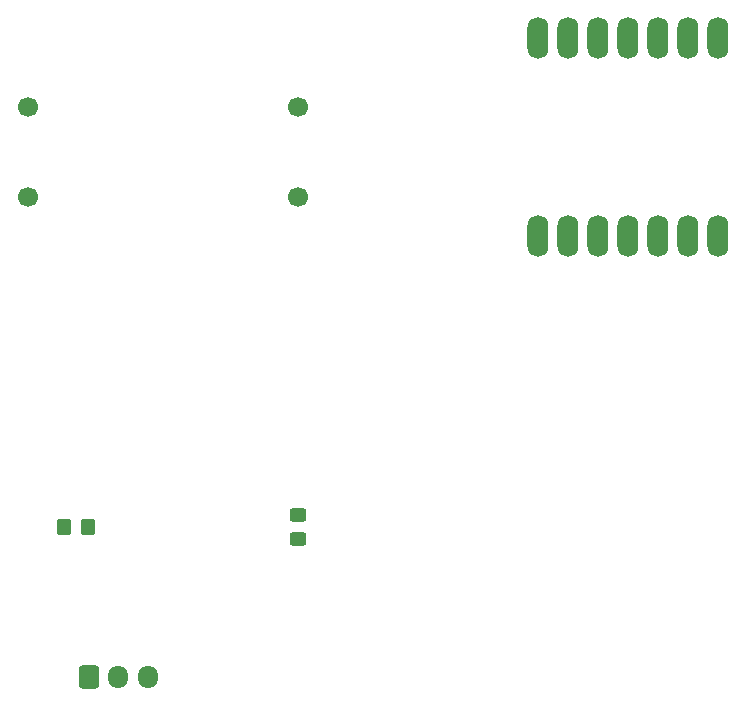
<source format=gbr>
%TF.GenerationSoftware,KiCad,Pcbnew,7.0.10*%
%TF.CreationDate,2024-01-23T18:00:44-08:00*%
%TF.ProjectId,pcb-test-3,7063622d-7465-4737-942d-332e6b696361,rev?*%
%TF.SameCoordinates,Original*%
%TF.FileFunction,Soldermask,Top*%
%TF.FilePolarity,Negative*%
%FSLAX46Y46*%
G04 Gerber Fmt 4.6, Leading zero omitted, Abs format (unit mm)*
G04 Created by KiCad (PCBNEW 7.0.10) date 2024-01-23 18:00:44*
%MOMM*%
%LPD*%
G01*
G04 APERTURE LIST*
G04 Aperture macros list*
%AMRoundRect*
0 Rectangle with rounded corners*
0 $1 Rounding radius*
0 $2 $3 $4 $5 $6 $7 $8 $9 X,Y pos of 4 corners*
0 Add a 4 corners polygon primitive as box body*
4,1,4,$2,$3,$4,$5,$6,$7,$8,$9,$2,$3,0*
0 Add four circle primitives for the rounded corners*
1,1,$1+$1,$2,$3*
1,1,$1+$1,$4,$5*
1,1,$1+$1,$6,$7*
1,1,$1+$1,$8,$9*
0 Add four rect primitives between the rounded corners*
20,1,$1+$1,$2,$3,$4,$5,0*
20,1,$1+$1,$4,$5,$6,$7,0*
20,1,$1+$1,$6,$7,$8,$9,0*
20,1,$1+$1,$8,$9,$2,$3,0*%
G04 Aperture macros list end*
%ADD10O,1.778000X3.556000*%
%ADD11O,1.700000X1.950000*%
%ADD12RoundRect,0.250000X-0.600000X-0.725000X0.600000X-0.725000X0.600000X0.725000X-0.600000X0.725000X0*%
%ADD13RoundRect,0.250000X-0.350000X-0.450000X0.350000X-0.450000X0.350000X0.450000X-0.350000X0.450000X0*%
%ADD14C,1.700000*%
%ADD15RoundRect,0.250000X0.450000X-0.325000X0.450000X0.325000X-0.450000X0.325000X-0.450000X-0.325000X0*%
G04 APERTURE END LIST*
D10*
%TO.C,U1*%
X142240000Y-92202000D03*
X139700000Y-92202000D03*
X137160000Y-92202000D03*
X134620000Y-92202000D03*
X132080000Y-92202000D03*
X129540000Y-92202000D03*
X127000000Y-92202000D03*
X142240000Y-75438000D03*
X139700000Y-75438000D03*
X137160000Y-75438000D03*
X134620000Y-75438000D03*
X132080000Y-75438000D03*
X129540000Y-75438000D03*
X127000000Y-75438000D03*
%TD*%
D11*
%TO.C,SW1*%
X93980000Y-129540000D03*
X91480000Y-129540000D03*
D12*
X88980000Y-129540000D03*
%TD*%
D13*
%TO.C,R1*%
X86900000Y-116840000D03*
X88900000Y-116840000D03*
%TD*%
D14*
%TO.C,M1*%
X106680000Y-81280000D03*
X106680000Y-88900000D03*
X83820000Y-88900000D03*
X83820000Y-81280000D03*
%TD*%
D15*
%TO.C,D1*%
X106680000Y-115815000D03*
X106680000Y-117865000D03*
%TD*%
M02*

</source>
